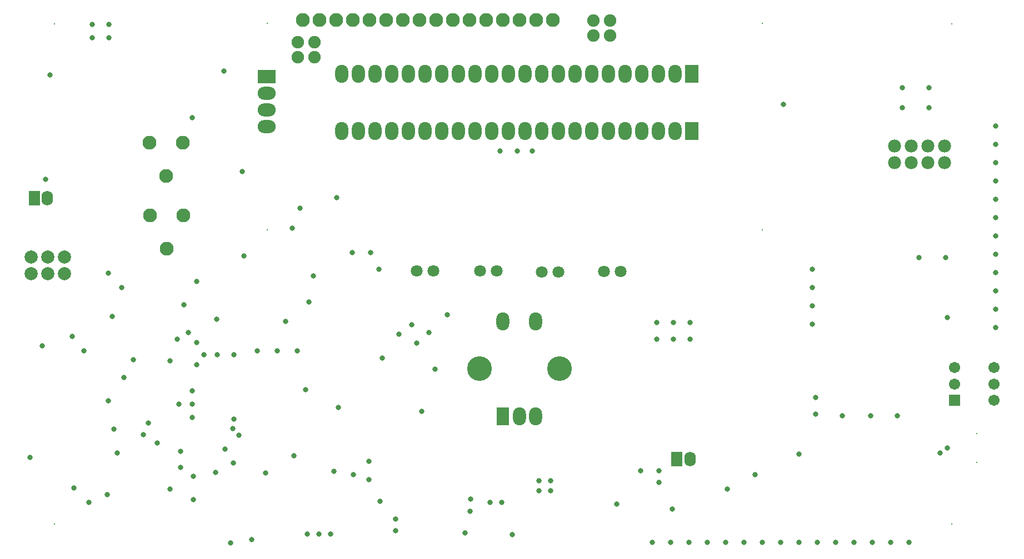
<source format=gbs>
G04*
G04 #@! TF.GenerationSoftware,Altium Limited,CircuitMaker,2.2.1 (2.2.1.6)*
G04*
G04 Layer_Color=8150272*
%FSLAX25Y25*%
%MOIN*%
G70*
G04*
G04 #@! TF.SameCoordinates,F28D2559-F737-4891-B1EB-476E9D30A9FA*
G04*
G04*
G04 #@! TF.FilePolarity,Negative*
G04*
G01*
G75*
%ADD70C,0.00800*%
%ADD71C,0.07099*%
%ADD72O,0.07887X0.10800*%
%ADD73R,0.07887X0.10800*%
%ADD74C,0.07493*%
%ADD75O,0.07800X0.10800*%
%ADD76C,0.14800*%
%ADD77R,0.07800X0.10800*%
%ADD78C,0.08300*%
%ADD79C,0.07887*%
%ADD80R,0.06800X0.08800*%
%ADD81O,0.06800X0.08800*%
%ADD82O,0.10800X0.07887*%
%ADD83R,0.10800X0.07887*%
%ADD84C,0.07800*%
%ADD85C,0.06706*%
%ADD86R,0.06706X0.06706*%
%ADD87C,0.03300*%
D70*
X1183513Y311739D02*
D03*
Y329061D02*
D03*
X630200Y275000D02*
D03*
X1168700D02*
D03*
Y575100D02*
D03*
X630200D02*
D03*
X1054900Y451394D02*
D03*
Y575394D02*
D03*
X757900Y451394D02*
D03*
Y575394D02*
D03*
D71*
X960000Y426400D02*
D03*
X970000D02*
D03*
X922600Y426100D02*
D03*
X932600D02*
D03*
X847546Y426700D02*
D03*
X857546D02*
D03*
X885800D02*
D03*
X895800D02*
D03*
D72*
X802754Y511000D02*
D03*
X812754D02*
D03*
X822754D02*
D03*
X832754D02*
D03*
X842754D02*
D03*
X852754D02*
D03*
X952754D02*
D03*
X882754D02*
D03*
X872754D02*
D03*
X862754D02*
D03*
X942754D02*
D03*
X932754D02*
D03*
X922754D02*
D03*
X912754D02*
D03*
X902754D02*
D03*
X962754D02*
D03*
X972754D02*
D03*
X982754D02*
D03*
X992754D02*
D03*
X1002754D02*
D03*
X892754D02*
D03*
X802700Y545300D02*
D03*
X812700D02*
D03*
X822700D02*
D03*
X832700D02*
D03*
X842700D02*
D03*
X852700D02*
D03*
X952700D02*
D03*
X892700D02*
D03*
X882700D02*
D03*
X872700D02*
D03*
X862700D02*
D03*
X942700D02*
D03*
X932700D02*
D03*
X922700D02*
D03*
X912700D02*
D03*
X902700D02*
D03*
X962700D02*
D03*
X972700D02*
D03*
X982700D02*
D03*
X992700D02*
D03*
X1002700D02*
D03*
D73*
X1012754Y511000D02*
D03*
X1012700Y545300D02*
D03*
D74*
X776275Y555260D02*
D03*
X786275D02*
D03*
X786225Y564240D02*
D03*
X776225D02*
D03*
X953775Y577260D02*
D03*
X963775D02*
D03*
X963725Y568240D02*
D03*
X953725D02*
D03*
D75*
X919043Y396643D02*
D03*
X899357D02*
D03*
X909200Y339557D02*
D03*
X919043D02*
D03*
D76*
X933200Y368100D02*
D03*
X885200D02*
D03*
D77*
X899357Y339557D02*
D03*
D78*
X687629Y460229D02*
D03*
X697630Y440229D02*
D03*
X707629Y460229D02*
D03*
X687399Y503800D02*
D03*
X697400Y483800D02*
D03*
X707399Y503800D02*
D03*
X929400Y577394D02*
D03*
X919400D02*
D03*
X909400D02*
D03*
X899400D02*
D03*
X889400D02*
D03*
X879400D02*
D03*
X869400D02*
D03*
X859400D02*
D03*
X849400D02*
D03*
X839400D02*
D03*
X829400D02*
D03*
X819400D02*
D03*
X809400D02*
D03*
X799400D02*
D03*
X789400D02*
D03*
X779400D02*
D03*
D79*
X626206Y425252D02*
D03*
Y435252D02*
D03*
X616206D02*
D03*
Y425252D02*
D03*
X636206Y435252D02*
D03*
X636206Y425252D02*
D03*
D80*
X618163Y470500D02*
D03*
X1003737Y313700D02*
D03*
D81*
X626037Y470500D02*
D03*
X1011611Y313700D02*
D03*
D82*
X757800Y513400D02*
D03*
Y523400D02*
D03*
Y533400D02*
D03*
D83*
Y543400D02*
D03*
D84*
X1134300Y491800D02*
D03*
X1144300D02*
D03*
X1154300D02*
D03*
X1164300D02*
D03*
Y501800D02*
D03*
X1154300D02*
D03*
X1144300D02*
D03*
X1134300D02*
D03*
D85*
X1193891Y368743D02*
D03*
Y358900D02*
D03*
Y349057D02*
D03*
X1170269Y368743D02*
D03*
Y358900D02*
D03*
D86*
Y349057D02*
D03*
D87*
X993000Y299800D02*
D03*
X1050700Y304600D02*
D03*
X1166000Y320400D02*
D03*
X1161600Y317400D02*
D03*
X798000Y306500D02*
D03*
X847500Y383500D02*
D03*
X855000Y390000D02*
D03*
X917000Y499000D02*
D03*
X908000D02*
D03*
X897500D02*
D03*
X866000Y400500D02*
D03*
X773000Y452500D02*
D03*
X769000Y396500D02*
D03*
X782948Y408130D02*
D03*
X796000Y269000D02*
D03*
X789000D02*
D03*
X782000D02*
D03*
X835000Y271000D02*
D03*
Y278000D02*
D03*
X891500Y288000D02*
D03*
X898500D02*
D03*
X876500Y269500D02*
D03*
X905000Y268500D02*
D03*
X819000Y312500D02*
D03*
X809500Y304500D02*
D03*
X819000Y301500D02*
D03*
X825500Y288500D02*
D03*
X879500Y282500D02*
D03*
X880000Y290000D02*
D03*
X741000Y328250D02*
D03*
X737407Y332275D02*
D03*
X1000000Y264000D02*
D03*
X663000Y575000D02*
D03*
X1195000Y415000D02*
D03*
Y404000D02*
D03*
Y393000D02*
D03*
X1085000Y417000D02*
D03*
Y406000D02*
D03*
Y395000D02*
D03*
Y428000D02*
D03*
X1195000Y426000D02*
D03*
Y437000D02*
D03*
Y448000D02*
D03*
Y459000D02*
D03*
Y470000D02*
D03*
Y481000D02*
D03*
Y492000D02*
D03*
Y503000D02*
D03*
Y514000D02*
D03*
X1044000Y264000D02*
D03*
X1033000D02*
D03*
X1055000D02*
D03*
X1066000D02*
D03*
X1077000D02*
D03*
X1088000D02*
D03*
X1099000D02*
D03*
X1110000D02*
D03*
X1121000D02*
D03*
X1132000D02*
D03*
X1143000D02*
D03*
X989000D02*
D03*
X1011000D02*
D03*
X1022000D02*
D03*
X1139000Y525000D02*
D03*
X1155000D02*
D03*
X1139000Y537000D02*
D03*
X1155000D02*
D03*
X991500Y386000D02*
D03*
X1001500D02*
D03*
X1011500D02*
D03*
Y396000D02*
D03*
X1001500D02*
D03*
X991500D02*
D03*
X663000Y567000D02*
D03*
X653000Y575000D02*
D03*
Y567000D02*
D03*
X820000Y438000D02*
D03*
X809000D02*
D03*
X1165000Y435000D02*
D03*
X1149000D02*
D03*
X1166000Y399000D02*
D03*
X1087000Y341000D02*
D03*
Y351000D02*
D03*
X1136000Y340000D02*
D03*
X1103000D02*
D03*
X1120000D02*
D03*
X1034000Y296000D02*
D03*
X1077000Y317000D02*
D03*
X928000Y295000D02*
D03*
X921000D02*
D03*
X928000Y301000D02*
D03*
X921000D02*
D03*
X993000Y307000D02*
D03*
X982000D02*
D03*
X1001000Y284000D02*
D03*
X764000Y379000D02*
D03*
X752000D02*
D03*
X776000D02*
D03*
X705000Y347000D02*
D03*
X713000Y339000D02*
D03*
Y347000D02*
D03*
Y355000D02*
D03*
X744000Y436000D02*
D03*
X727500Y398000D02*
D03*
X738000Y338000D02*
D03*
X844500Y394500D02*
D03*
X757000Y305500D02*
D03*
X648000Y379000D02*
D03*
X715500Y384000D02*
D03*
Y370500D02*
D03*
X720000Y376500D02*
D03*
X704000Y386000D02*
D03*
X699500Y373000D02*
D03*
X710500Y390000D02*
D03*
X748500Y265500D02*
D03*
X732500Y320000D02*
D03*
X737500Y311500D02*
D03*
X736000Y263500D02*
D03*
X706000Y309000D02*
D03*
Y318500D02*
D03*
X727000Y306000D02*
D03*
X715518Y420518D02*
D03*
X662500Y425500D02*
D03*
X708000Y406500D02*
D03*
X623000Y382000D02*
D03*
X641000Y387500D02*
D03*
X699715Y295701D02*
D03*
X642000Y296500D02*
D03*
X665000Y399500D02*
D03*
X728000Y376500D02*
D03*
X670500Y417000D02*
D03*
X713000Y519000D02*
D03*
X713500Y289500D02*
D03*
X777779Y464588D02*
D03*
X800500Y345000D02*
D03*
X781000Y355500D02*
D03*
X774000Y316000D02*
D03*
X713500Y303500D02*
D03*
X858500Y368000D02*
D03*
X799500Y471000D02*
D03*
X662500Y349000D02*
D03*
X850500Y342500D02*
D03*
X827000Y374500D02*
D03*
X785500Y424000D02*
D03*
X837000Y389000D02*
D03*
X825000Y428000D02*
D03*
X686500Y335500D02*
D03*
X672000Y363000D02*
D03*
X615500Y315000D02*
D03*
X683500Y328500D02*
D03*
X666000Y332000D02*
D03*
X651000Y288000D02*
D03*
X668000Y317500D02*
D03*
X692000Y323500D02*
D03*
X662000Y292500D02*
D03*
X743000Y486500D02*
D03*
X738000Y376500D02*
D03*
X677500Y373500D02*
D03*
X1067500Y527000D02*
D03*
X732000Y547000D02*
D03*
X625000Y482000D02*
D03*
X627500Y544500D02*
D03*
X967500Y287000D02*
D03*
M02*

</source>
